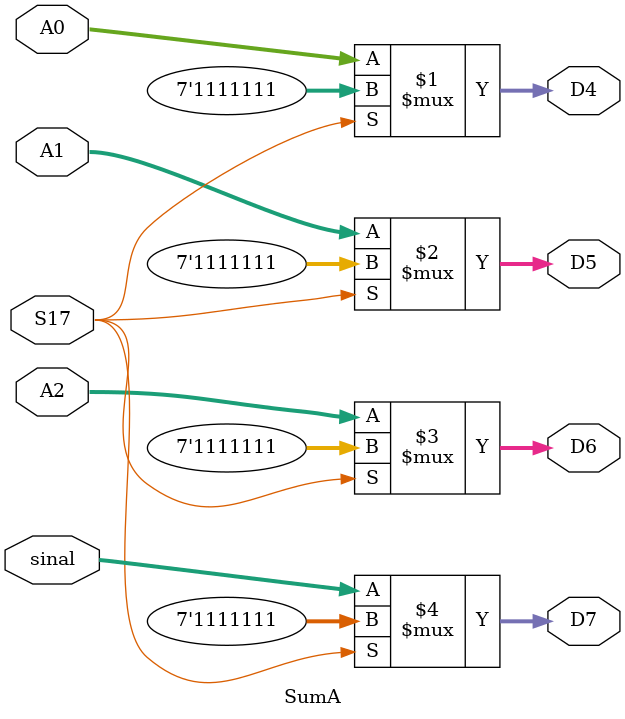
<source format=v>
module SumA( 
    input  S17,
	 input [6:0] A0,
	 input [6:0] A1,
	 input [6:0] A2,
	 input [6:0] sinal,
	 output [6:0] D4,
	 output [6:0] D5,
	 output [6:0] D6,
	 output [6:0] D7
    );
    
	assign	D4 = (S17 ? ~7'b0000000 : A0);
	assign	D5 = (S17 ? ~7'b0000000 : A1);
	assign	D6 = (S17 ? ~7'b0000000 : A2);
	assign	D7 = (S17 ? ~7'b0000000 : sinal);
	

endmodule
</source>
